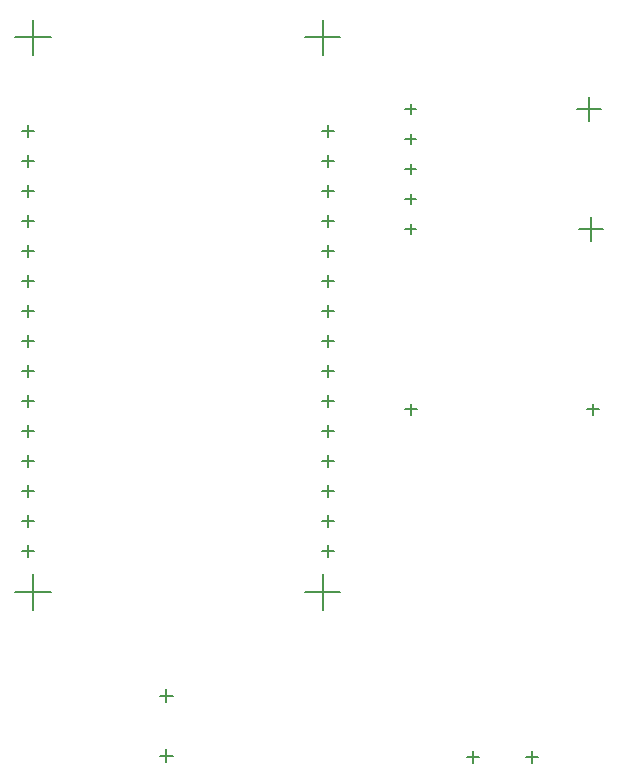
<source format=gbr>
%TF.GenerationSoftware,Altium Limited,Altium Designer,22.1.2 (22)*%
G04 Layer_Color=128*
%FSLAX26Y26*%
%MOIN*%
%TF.SameCoordinates,3D441875-7E2E-40EE-9B33-20ED1D9A15A1*%
%TF.FilePolarity,Positive*%
%TF.FileFunction,Drillmap*%
%TF.Part,Single*%
G01*
G75*
%TA.AperFunction,NonConductor*%
%ADD35C,0.005000*%
D35*
X1197480Y3719213D02*
X1315591D01*
X1256535Y3660157D02*
Y3778268D01*
X2162441Y3719213D02*
X2280551D01*
X2221496Y3660157D02*
Y3778268D01*
X2162441Y1870787D02*
X2280551D01*
X2221496Y1811732D02*
Y1929842D01*
X1197480Y1870787D02*
X1315591D01*
X1256535Y1811732D02*
Y1929842D01*
X2219921Y2005827D02*
X2260079D01*
X2240000Y1985748D02*
Y2025906D01*
X2219921Y2105827D02*
X2260079D01*
X2240000Y2085748D02*
Y2125905D01*
X2219921Y2205827D02*
X2260079D01*
X2240000Y2185748D02*
Y2225905D01*
X2219921Y2305827D02*
X2260079D01*
X2240000Y2285748D02*
Y2325905D01*
X2219921Y2405827D02*
X2260079D01*
X2240000Y2385748D02*
Y2425905D01*
X2219921Y2505827D02*
X2260079D01*
X2240000Y2485748D02*
Y2525905D01*
X2219921Y2605827D02*
X2260079D01*
X2240000Y2585748D02*
Y2625905D01*
X2219921Y2705827D02*
X2260079D01*
X2240000Y2685748D02*
Y2725905D01*
X2219921Y2805827D02*
X2260079D01*
X2240000Y2785748D02*
Y2825905D01*
X2219921Y2905827D02*
X2260079D01*
X2240000Y2885748D02*
Y2925905D01*
X2219921Y3005827D02*
X2260079D01*
X2240000Y2985748D02*
Y3025905D01*
X2219921Y3105827D02*
X2260079D01*
X2240000Y3085748D02*
Y3125905D01*
X2219921Y3205827D02*
X2260079D01*
X2240000Y3185748D02*
Y3225905D01*
X2219921Y3305827D02*
X2260079D01*
X2240000Y3285748D02*
Y3325905D01*
X2219921Y3405827D02*
X2260079D01*
X2240000Y3385748D02*
Y3425905D01*
X1219921Y2005827D02*
X1260079D01*
X1240000Y1985748D02*
Y2025906D01*
X1219921Y2105827D02*
X1260079D01*
X1240000Y2085748D02*
Y2125905D01*
X1219921Y2205827D02*
X1260079D01*
X1240000Y2185748D02*
Y2225905D01*
X1219921Y2305827D02*
X1260079D01*
X1240000Y2285748D02*
Y2325905D01*
X1219921Y2405827D02*
X1260079D01*
X1240000Y2385748D02*
Y2425905D01*
X1219921Y2505827D02*
X1260079D01*
X1240000Y2485748D02*
Y2525905D01*
X1219921Y2605827D02*
X1260079D01*
X1240000Y2585748D02*
Y2625905D01*
X1219921Y2705827D02*
X1260079D01*
X1240000Y2685748D02*
Y2725905D01*
X1219921Y2805827D02*
X1260079D01*
X1240000Y2785748D02*
Y2825905D01*
X1219921Y2905827D02*
X1260079D01*
X1240000Y2885748D02*
Y2925905D01*
X1219921Y3005827D02*
X1260079D01*
X1240000Y2985748D02*
Y3025905D01*
X1219921Y3105827D02*
X1260079D01*
X1240000Y3085748D02*
Y3125905D01*
X1219921Y3205827D02*
X1260079D01*
X1240000Y3185748D02*
Y3225905D01*
X1219921Y3305827D02*
X1260079D01*
X1240000Y3285748D02*
Y3325905D01*
X1219921Y3405827D02*
X1260079D01*
X1240000Y3385748D02*
Y3425905D01*
X3070000Y3480000D02*
X3150000D01*
X3110000Y3440000D02*
Y3520000D01*
X3075000Y3080000D02*
X3155000D01*
X3115000Y3040000D02*
Y3120000D01*
X2497500Y3080000D02*
X2532500D01*
X2515000Y3062500D02*
Y3097500D01*
X2497500Y3180000D02*
X2532500D01*
X2515000Y3162500D02*
Y3197500D01*
X2497500Y3280000D02*
X2532500D01*
X2515000Y3262500D02*
Y3297500D01*
X2497500Y3380000D02*
X2532500D01*
X2515000Y3362500D02*
Y3397500D01*
X2497500Y3480000D02*
X2532500D01*
X2515000Y3462500D02*
Y3497500D01*
X2701890Y1321260D02*
X2741260D01*
X2721575Y1301575D02*
Y1340945D01*
X2898740Y1321260D02*
X2938110D01*
X2918425Y1301575D02*
Y1340945D01*
X2497165Y2478740D02*
X2536535D01*
X2516850Y2459055D02*
Y2498425D01*
X3103465Y2478740D02*
X3142835D01*
X3123150Y2459055D02*
Y2498425D01*
X1678347Y1325000D02*
X1721653D01*
X1700000Y1303347D02*
Y1346653D01*
X1678347Y1525000D02*
X1721653D01*
X1700000Y1503347D02*
Y1546653D01*
%TF.MD5,3596b2b96ba1cac7727e08d75cb7967d*%
M02*

</source>
